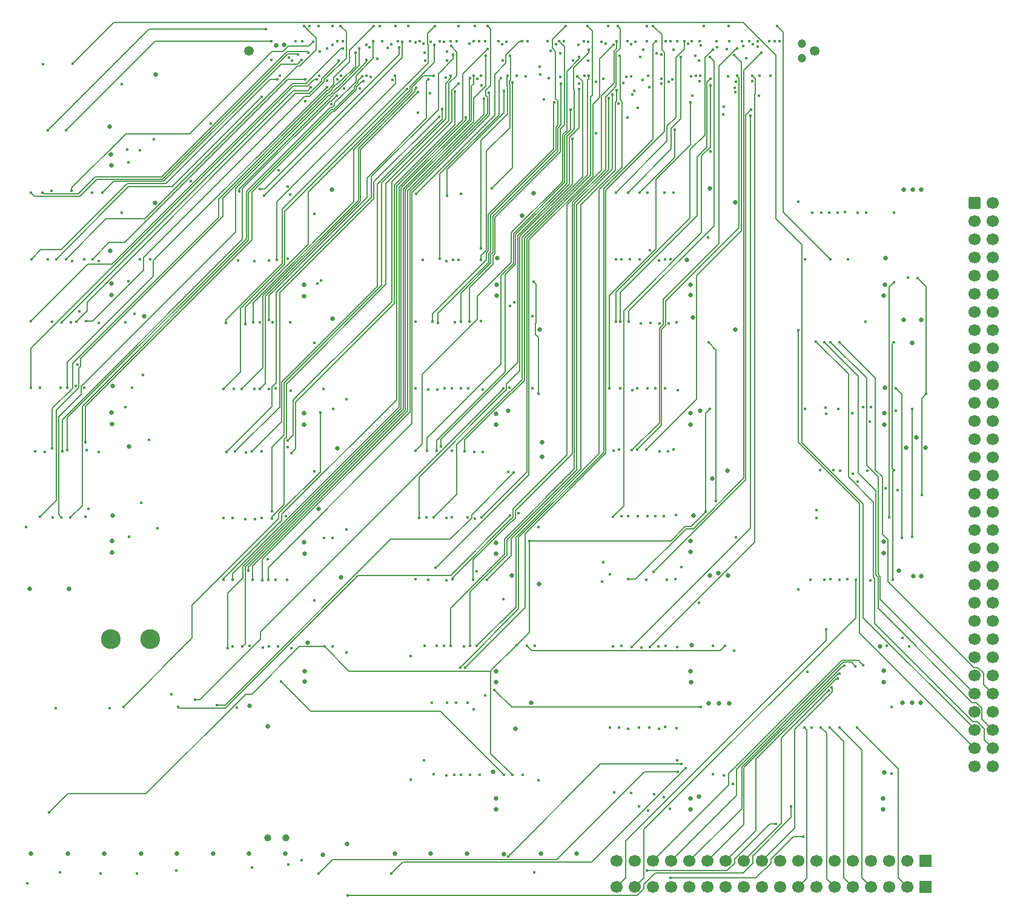
<source format=gbr>
G04 #@! TF.GenerationSoftware,KiCad,Pcbnew,9.0.3*
G04 #@! TF.CreationDate,2025-08-01T19:28:12-07:00*
G04 #@! TF.ProjectId,CardTestFixture,43617264-5465-4737-9446-697874757265,A*
G04 #@! TF.SameCoordinates,Original*
G04 #@! TF.FileFunction,Copper,L3,Inr*
G04 #@! TF.FilePolarity,Positive*
%FSLAX46Y46*%
G04 Gerber Fmt 4.6, Leading zero omitted, Abs format (unit mm)*
G04 Created by KiCad (PCBNEW 9.0.3) date 2025-08-01 19:28:12*
%MOMM*%
%LPD*%
G01*
G04 APERTURE LIST*
G04 Aperture macros list*
%AMRoundRect*
0 Rectangle with rounded corners*
0 $1 Rounding radius*
0 $2 $3 $4 $5 $6 $7 $8 $9 X,Y pos of 4 corners*
0 Add a 4 corners polygon primitive as box body*
4,1,4,$2,$3,$4,$5,$6,$7,$8,$9,$2,$3,0*
0 Add four circle primitives for the rounded corners*
1,1,$1+$1,$2,$3*
1,1,$1+$1,$4,$5*
1,1,$1+$1,$6,$7*
1,1,$1+$1,$8,$9*
0 Add four rect primitives between the rounded corners*
20,1,$1+$1,$2,$3,$4,$5,0*
20,1,$1+$1,$4,$5,$6,$7,0*
20,1,$1+$1,$6,$7,$8,$9,0*
20,1,$1+$1,$8,$9,$2,$3,0*%
G04 Aperture macros list end*
G04 #@! TA.AperFunction,ComponentPad*
%ADD10R,1.700000X1.700000*%
G04 #@! TD*
G04 #@! TA.AperFunction,ComponentPad*
%ADD11C,1.700000*%
G04 #@! TD*
G04 #@! TA.AperFunction,ComponentPad*
%ADD12C,1.349000*%
G04 #@! TD*
G04 #@! TA.AperFunction,ComponentPad*
%ADD13C,1.200000*%
G04 #@! TD*
G04 #@! TA.AperFunction,ComponentPad*
%ADD14RoundRect,0.250000X-0.600000X-0.600000X0.600000X-0.600000X0.600000X0.600000X-0.600000X0.600000X0*%
G04 #@! TD*
G04 #@! TA.AperFunction,ComponentPad*
%ADD15C,2.775000*%
G04 #@! TD*
G04 #@! TA.AperFunction,ViaPad*
%ADD16C,0.650000*%
G04 #@! TD*
G04 #@! TA.AperFunction,ViaPad*
%ADD17C,1.000000*%
G04 #@! TD*
G04 #@! TA.AperFunction,ViaPad*
%ADD18C,0.450000*%
G04 #@! TD*
G04 #@! TA.AperFunction,Conductor*
%ADD19C,0.152400*%
G04 #@! TD*
G04 APERTURE END LIST*
D10*
X209180000Y-151400000D03*
D11*
X206640000Y-151400000D03*
X204100000Y-151400000D03*
X201560000Y-151400000D03*
X199020000Y-151400000D03*
X196480000Y-151400000D03*
X193940000Y-151400000D03*
X191400000Y-151400000D03*
X188860000Y-151400000D03*
X186320000Y-151400000D03*
X183780000Y-151400000D03*
X181240000Y-151400000D03*
X178700000Y-151400000D03*
X176160000Y-151400000D03*
X173620000Y-151400000D03*
X171080000Y-151400000D03*
X168540000Y-151400000D03*
X166000000Y-151400000D03*
D10*
X209180000Y-155000000D03*
D11*
X206640000Y-155000000D03*
X204100000Y-155000000D03*
X201560000Y-155000000D03*
X199020000Y-155000000D03*
X196480000Y-155000000D03*
X193940000Y-155000000D03*
X191400000Y-155000000D03*
X188860000Y-155000000D03*
X186320000Y-155000000D03*
X183780000Y-155000000D03*
X181240000Y-155000000D03*
X178700000Y-155000000D03*
X176160000Y-155000000D03*
X173620000Y-155000000D03*
X171080000Y-155000000D03*
X168540000Y-155000000D03*
X166000000Y-155000000D03*
D12*
X114568900Y-38197500D03*
D13*
X191908900Y-39197500D03*
X191908900Y-37197500D03*
D12*
X193698900Y-38197500D03*
D14*
X216000000Y-59400000D03*
D11*
X218540000Y-59400000D03*
X216000000Y-61940000D03*
X218540000Y-61940000D03*
X216000000Y-64480000D03*
X218540000Y-64480000D03*
X216000000Y-67020000D03*
X218540000Y-67020000D03*
X216000000Y-69560000D03*
X218540000Y-69560000D03*
X216000000Y-72100000D03*
X218540000Y-72100000D03*
X216000000Y-74640000D03*
X218540000Y-74640000D03*
X216000000Y-77180000D03*
X218540000Y-77180000D03*
X216000000Y-79720000D03*
X218540000Y-79720000D03*
X216000000Y-82260000D03*
X218540000Y-82260000D03*
X216000000Y-84800000D03*
X218540000Y-84800000D03*
X216000000Y-87340000D03*
X218540000Y-87340000D03*
X216000000Y-89880000D03*
X218540000Y-89880000D03*
X216000000Y-92420000D03*
X218540000Y-92420000D03*
X216000000Y-94960000D03*
X218540000Y-94960000D03*
X216000000Y-97500000D03*
X218540000Y-97500000D03*
X216000000Y-100040000D03*
X218540000Y-100040000D03*
X216000000Y-102580000D03*
X218540000Y-102580000D03*
X216000000Y-105120000D03*
X218540000Y-105120000D03*
X216000000Y-107660000D03*
X218540000Y-107660000D03*
X216000000Y-110200000D03*
X218540000Y-110200000D03*
X216000000Y-112740000D03*
X218540000Y-112740000D03*
X216000000Y-115280000D03*
X218540000Y-115280000D03*
X216000000Y-117820000D03*
X218540000Y-117820000D03*
X216000000Y-120360000D03*
X218540000Y-120360000D03*
X216000000Y-122900000D03*
X218540000Y-122900000D03*
X216000000Y-125440000D03*
X218540000Y-125440000D03*
X216000000Y-127980000D03*
X218540000Y-127980000D03*
X216000000Y-130520000D03*
X218540000Y-130520000D03*
X216000000Y-133060000D03*
X218540000Y-133060000D03*
X216000000Y-135600000D03*
X218540000Y-135600000D03*
X216000000Y-138140000D03*
X218540000Y-138140000D03*
D15*
X95300000Y-120400000D03*
X100800000Y-120400000D03*
D16*
X114700000Y-129700000D03*
X150247163Y-150415576D03*
X95169795Y-48769795D03*
X122380000Y-108450000D03*
X181548500Y-111521405D03*
X177500000Y-142400000D03*
X178874200Y-129354200D03*
X203362000Y-108342250D03*
X95494000Y-90300000D03*
X145100000Y-150400000D03*
X203400000Y-139000000D03*
X205447800Y-110789092D03*
X206470599Y-93636792D03*
X99500000Y-150400000D03*
X177700000Y-88500000D03*
X94400000Y-150400000D03*
X126300000Y-75600000D03*
X206000000Y-129300000D03*
X203370000Y-72350000D03*
X151370800Y-111500000D03*
X208600000Y-111600000D03*
X203535900Y-85300000D03*
X122280000Y-72450000D03*
X179361801Y-97997608D03*
X203293000Y-144171900D03*
X203600000Y-67100000D03*
X206100000Y-75800000D03*
X176500000Y-121200000D03*
X84000000Y-113400000D03*
X128300000Y-149000000D03*
X114600000Y-150400000D03*
X135000000Y-150400000D03*
X209203100Y-93600000D03*
X89300000Y-150400000D03*
X100000000Y-75300000D03*
X149200000Y-72400000D03*
X101473400Y-59400100D03*
X149159000Y-108422000D03*
X109600000Y-150400000D03*
X95394000Y-72300000D03*
X95203645Y-66103645D03*
X179000000Y-111500000D03*
X208500000Y-129300000D03*
X208600000Y-75800000D03*
X208600000Y-57600000D03*
X181748500Y-129354200D03*
X149296300Y-67131600D03*
X95394000Y-54200000D03*
X176362000Y-72342250D03*
X202865333Y-121449299D03*
X149159000Y-90422000D03*
X150833400Y-88500000D03*
X155400000Y-150400000D03*
X175862800Y-67403500D03*
X101588000Y-41487300D03*
X97887600Y-93500000D03*
X155599800Y-92900000D03*
X119700000Y-150400000D03*
X127500000Y-111800000D03*
X104500000Y-150400000D03*
X148770000Y-138930000D03*
X122782608Y-120888501D03*
X176788100Y-103097600D03*
X160400000Y-150400000D03*
X152800000Y-61248100D03*
X203300000Y-126400000D03*
X176315000Y-108197000D03*
D17*
X119800000Y-148195000D03*
D16*
X95600000Y-85000000D03*
X203400000Y-90400000D03*
X124355205Y-102155205D03*
X122380000Y-126350000D03*
X149151000Y-126394000D03*
X95600000Y-103100000D03*
X126200000Y-57600000D03*
X124911855Y-150500600D03*
X176308000Y-144169000D03*
X119528100Y-37295900D03*
X84100000Y-150400000D03*
X206100000Y-57600000D03*
X140000000Y-150400000D03*
X176300000Y-90400000D03*
X127000000Y-93700000D03*
X179000000Y-57400000D03*
X149160000Y-144170000D03*
X95494000Y-108300000D03*
X151840000Y-132910000D03*
X176640100Y-75400000D03*
X176400000Y-126400000D03*
X122280000Y-90450000D03*
X203300000Y-124800000D03*
X95494000Y-106700000D03*
X155605300Y-94916200D03*
X122280000Y-106850000D03*
X207300000Y-129300000D03*
X203362000Y-106742250D03*
X122280000Y-88850000D03*
X149159000Y-88922000D03*
X117220000Y-132575600D03*
X180244195Y-111144195D03*
X181515600Y-96833900D03*
X182584400Y-77121000D03*
X122380000Y-124850000D03*
X154410300Y-58044900D03*
X155207600Y-77160600D03*
X207350000Y-78974000D03*
X89500000Y-113400000D03*
X95394000Y-88700000D03*
X176362000Y-70842250D03*
X207903599Y-92203792D03*
X207400000Y-57600000D03*
X118406400Y-37392300D03*
X149159000Y-106922000D03*
X149120000Y-142640000D03*
X182584400Y-59325800D03*
X203293000Y-142671900D03*
X95294000Y-52700000D03*
X122280000Y-70850000D03*
X149151000Y-124894000D03*
D17*
X117220000Y-148190000D03*
D16*
X176300000Y-88800000D03*
X176308000Y-142669000D03*
X154027700Y-129250000D03*
X207500000Y-111600000D03*
X149200000Y-70900000D03*
X176315000Y-106697000D03*
X95394000Y-70700000D03*
X203400000Y-88800000D03*
X203470000Y-70850000D03*
X176315000Y-124900000D03*
X155206200Y-112711400D03*
X180300000Y-129354200D03*
D18*
X181194900Y-121351100D03*
X180946700Y-139461300D03*
X99369900Y-67275000D03*
X154216400Y-75225300D03*
X126260300Y-106253100D03*
X206709400Y-69854500D03*
X207350000Y-88192700D03*
X206864100Y-121446900D03*
X207350000Y-106050600D03*
X152916100Y-139351100D03*
X154205300Y-85310000D03*
X100653900Y-92565200D03*
X152305300Y-102821900D03*
X126402800Y-88253900D03*
X99374000Y-52109700D03*
X126260300Y-121444100D03*
X153448000Y-121353100D03*
X128214000Y-122294400D03*
X155096500Y-86114500D03*
X87568600Y-130031300D03*
X182252300Y-140625000D03*
X154416500Y-70451900D03*
X100787500Y-67292100D03*
X155095900Y-140156700D03*
X208649500Y-100251500D03*
X128214000Y-105092200D03*
X154581300Y-121362300D03*
X101337600Y-50571000D03*
X101796300Y-104935300D03*
X128214400Y-86850000D03*
X182448100Y-121962400D03*
X209305500Y-86084700D03*
X155101300Y-104770200D03*
X208094600Y-69948900D03*
X205917000Y-106242300D03*
X178425600Y-102609300D03*
X179426300Y-139235600D03*
X124701800Y-70254700D03*
X153825000Y-106639400D03*
X179427800Y-121360700D03*
X151057000Y-85255600D03*
X125078700Y-106257400D03*
X151684400Y-73333500D03*
X152028500Y-121258300D03*
X206001400Y-120211200D03*
X151438900Y-139399400D03*
X97747000Y-70337700D03*
X86700000Y-144600000D03*
X97595500Y-51970300D03*
X125056900Y-85436600D03*
X98252200Y-85290400D03*
X179032800Y-88195400D03*
X205043500Y-85349400D03*
X125212200Y-121442100D03*
X123720300Y-60961500D03*
X178832700Y-78901300D03*
X150143600Y-114813600D03*
X96834000Y-42824800D03*
X96834700Y-60806900D03*
X97343600Y-76137200D03*
X204810000Y-60826600D03*
X112914300Y-129973900D03*
X179915400Y-101119400D03*
X148922600Y-127469800D03*
X204640400Y-112058400D03*
X177738700Y-129919300D03*
X123727500Y-78957900D03*
X178763900Y-64301500D03*
X123734500Y-114972900D03*
X150830800Y-96998800D03*
X204438400Y-129907800D03*
X204790200Y-96750800D03*
X204773100Y-78879000D03*
X177534200Y-115282300D03*
X123720300Y-96961500D03*
X200869800Y-60803600D03*
X83664000Y-154489000D03*
X199730000Y-60812000D03*
X88193700Y-153001400D03*
X197963500Y-60693700D03*
X93824400Y-153160600D03*
X196947900Y-60825700D03*
X98904800Y-153160200D03*
X104441000Y-152704000D03*
X195735700Y-60808500D03*
X194650000Y-60807500D03*
X121973100Y-151256700D03*
X114991000Y-152314000D03*
X193322500Y-60807700D03*
X120075400Y-151863500D03*
X191414300Y-59298600D03*
X124317100Y-153147900D03*
X174553400Y-138897400D03*
X190425200Y-143788700D03*
X128431000Y-156226600D03*
X134469300Y-153155700D03*
X175649200Y-138443700D03*
X150862000Y-150755200D03*
X175059800Y-137863100D03*
X170271000Y-152771300D03*
X188309600Y-146219100D03*
X154494200Y-152989800D03*
X174503300Y-137304100D03*
X192060000Y-147982900D03*
X173511000Y-153771800D03*
X91754000Y-103288100D03*
X131047700Y-41682000D03*
X164833100Y-34705200D03*
X144701600Y-121388500D03*
X147327900Y-85517300D03*
X157498500Y-37281700D03*
X120493000Y-85657500D03*
X139034700Y-37199600D03*
X112290300Y-112131200D03*
X144962200Y-47462600D03*
X142814000Y-121365600D03*
X164906200Y-44786000D03*
X86088100Y-94206400D03*
X126131100Y-45625000D03*
X143015500Y-112050800D03*
X166020000Y-36831700D03*
X127434800Y-34703000D03*
X91803300Y-75985600D03*
X137930100Y-76051800D03*
X156769200Y-38182800D03*
X116589300Y-121550200D03*
X146498900Y-42080600D03*
X146485600Y-121358900D03*
X166407300Y-38881200D03*
X172706600Y-57995200D03*
X173998900Y-37980600D03*
X163909600Y-36939100D03*
X139176500Y-121359800D03*
X150577600Y-36916600D03*
X143884100Y-67433300D03*
X117838900Y-102511700D03*
X142836800Y-41688300D03*
X84134000Y-75976900D03*
X127751500Y-37879100D03*
X115120700Y-112130600D03*
X147478900Y-44833600D03*
X118588700Y-42187700D03*
X84197700Y-67281400D03*
X117370300Y-121428600D03*
X146209000Y-34700900D03*
X171203900Y-111017100D03*
X184834800Y-46401100D03*
X198368700Y-67293200D03*
X188745700Y-36836100D03*
X168994000Y-103221300D03*
X180082600Y-37644900D03*
X181741600Y-36833400D03*
X173239600Y-94107600D03*
X143639000Y-36826700D03*
X116394100Y-94143900D03*
X158091100Y-41799000D03*
X147023000Y-75966100D03*
X176998900Y-38839000D03*
X171412800Y-85346600D03*
X88396200Y-103347700D03*
X130060500Y-37820600D03*
X124464000Y-41676400D03*
X106473100Y-56349500D03*
X118959400Y-41681300D03*
X85860600Y-40064000D03*
X168183900Y-85559700D03*
X176458300Y-41702200D03*
X164006500Y-112379100D03*
X187316800Y-36838800D03*
X173952800Y-57974400D03*
X173808700Y-42179400D03*
X111424800Y-76168000D03*
X140633400Y-34699800D03*
X185959300Y-41686800D03*
X174215000Y-111995500D03*
X164498900Y-37205900D03*
X141865900Y-121351100D03*
X184998900Y-41678900D03*
X170661500Y-121509800D03*
X160752600Y-42791400D03*
X142986500Y-103349100D03*
X127707000Y-36825400D03*
X89754800Y-76135400D03*
X179103700Y-42974700D03*
X165485900Y-103269000D03*
X120204800Y-39081600D03*
X93648900Y-67531600D03*
X173577500Y-67281700D03*
X173515500Y-36845000D03*
X132926100Y-34716800D03*
X84700400Y-94188500D03*
X160649200Y-37350600D03*
X143011300Y-94060800D03*
X148558700Y-57426200D03*
X151461300Y-42616300D03*
X182539800Y-43319800D03*
X172041300Y-94174600D03*
X118640300Y-121425500D03*
X146998900Y-41681100D03*
X176605800Y-44412000D03*
X169424000Y-76247000D03*
X179119700Y-42086400D03*
X166501800Y-76052900D03*
X114080600Y-103593300D03*
X142086100Y-41948800D03*
X171412800Y-103219300D03*
X181370000Y-37901900D03*
X174277600Y-103029000D03*
X181685400Y-34708200D03*
X91600600Y-85290400D03*
X126947800Y-42126500D03*
X174483700Y-121512800D03*
X185691300Y-36837100D03*
X180986500Y-45979400D03*
X173965300Y-93910800D03*
X171618700Y-38498700D03*
X166696500Y-67288000D03*
X140399400Y-41684700D03*
X115164800Y-76136700D03*
X124094400Y-42166100D03*
X84108500Y-85290400D03*
X188462000Y-34708800D03*
X195920000Y-67276400D03*
X173289900Y-42536500D03*
X172738900Y-67287100D03*
X140667600Y-110440600D03*
X165552000Y-37344300D03*
X177689900Y-41678500D03*
X174409100Y-76136600D03*
X141906800Y-36933500D03*
X115416800Y-103658900D03*
X172603200Y-103212500D03*
X181573000Y-41747000D03*
X116413200Y-44623000D03*
X87684300Y-67292500D03*
X123117400Y-34704700D03*
X92690700Y-57993200D03*
X118302500Y-85368900D03*
X139893900Y-44130300D03*
X147699500Y-38861900D03*
X114559500Y-110867200D03*
X113678300Y-121445700D03*
X146039800Y-41685500D03*
X86997100Y-57725400D03*
X124348700Y-34719700D03*
X145998900Y-36838300D03*
X114682100Y-121288900D03*
X89849000Y-67546100D03*
X109253000Y-48317800D03*
X170117300Y-112062700D03*
X184099800Y-39219700D03*
X160793900Y-39055900D03*
X137906500Y-94038300D03*
X172036800Y-76288900D03*
X177592200Y-42432900D03*
X140446500Y-139310100D03*
X163162200Y-49685200D03*
X172231700Y-42060600D03*
X167877400Y-67287400D03*
X170413200Y-41692200D03*
X145205500Y-129265500D03*
X117393000Y-75790000D03*
X139712000Y-42156400D03*
X160736200Y-43495000D03*
X141465800Y-93505000D03*
X87112700Y-93761000D03*
X132084200Y-34709200D03*
X167597700Y-103218900D03*
X179137600Y-52240700D03*
X121506900Y-38697100D03*
X84134000Y-57995900D03*
X166927800Y-42698900D03*
X142199300Y-112166400D03*
X147161100Y-103335900D03*
X161910800Y-34712100D03*
X139204900Y-38437800D03*
X117896200Y-76138900D03*
X140503800Y-37300000D03*
X114135100Y-76327100D03*
X180888800Y-47032900D03*
X170299400Y-103218300D03*
X172884000Y-121353900D03*
X184966000Y-42428600D03*
X138377800Y-103434000D03*
X159815500Y-50465500D03*
X115343500Y-67574200D03*
X133998900Y-37797300D03*
X117379500Y-85439500D03*
X138498900Y-36853800D03*
X126907000Y-44427500D03*
X88496500Y-94148600D03*
X188126200Y-36837300D03*
X192347700Y-67284800D03*
X89842400Y-57723900D03*
X123583500Y-36924100D03*
X120032400Y-67203800D03*
X135098900Y-34712600D03*
X112290300Y-103427900D03*
X141260100Y-36844200D03*
X171930900Y-67438200D03*
X172883300Y-36826600D03*
X143580000Y-129320000D03*
X170246600Y-34717600D03*
X174998900Y-39060300D03*
X167602800Y-57980100D03*
X170241100Y-36837700D03*
X146032700Y-130189800D03*
X161528900Y-41678000D03*
X146197500Y-103564400D03*
X99525200Y-101334600D03*
X130998900Y-37295500D03*
X145443100Y-37137300D03*
X112290300Y-121439600D03*
X140868600Y-94083800D03*
X162133800Y-37999200D03*
X137094700Y-36825200D03*
X112486300Y-85430700D03*
X131498900Y-37652400D03*
X91907100Y-93990800D03*
X142881000Y-37531400D03*
X117838900Y-103539900D03*
X141162600Y-47375900D03*
X112686500Y-94153600D03*
X141927800Y-85334500D03*
X156386600Y-36835700D03*
X145183600Y-103359100D03*
X161405200Y-36830800D03*
X163155800Y-42535400D03*
X137227600Y-122770200D03*
X147305900Y-94192200D03*
X161998900Y-39569300D03*
X165998900Y-43693300D03*
X147890100Y-112055400D03*
X147934900Y-37950000D03*
X111020300Y-112127600D03*
X119910300Y-112125200D03*
X147150600Y-42981000D03*
X147667300Y-128255300D03*
X169601800Y-42213000D03*
X147619800Y-36843200D03*
X118301700Y-112061800D03*
X90388200Y-85031900D03*
X126332300Y-34700900D03*
X136667300Y-43525700D03*
X111020300Y-85426800D03*
X166286700Y-45551500D03*
X146427500Y-110921100D03*
X178227500Y-34718600D03*
X173317800Y-76320500D03*
X182680900Y-42500600D03*
X166332800Y-93914300D03*
X153315200Y-41707900D03*
X137881500Y-85350500D03*
X182575200Y-43941400D03*
X165455000Y-121383300D03*
X172748900Y-85354300D03*
X177548600Y-39563300D03*
X162059100Y-36896900D03*
X146090200Y-94261800D03*
X145526500Y-139338400D03*
X168952800Y-46172800D03*
X158929300Y-34713600D03*
X140993200Y-76223400D03*
X116732500Y-58408700D03*
X136066900Y-36886900D03*
X179498900Y-37977700D03*
X165899200Y-76065500D03*
X86511500Y-49293000D03*
X116943400Y-35123000D03*
X143419000Y-43838900D03*
X120551700Y-94389100D03*
X168493900Y-43752400D03*
X142267500Y-129250000D03*
X142819800Y-36828600D03*
X119738900Y-103190400D03*
X125540500Y-37819400D03*
X88237500Y-85290400D03*
X120015900Y-93545800D03*
X143903800Y-34719100D03*
X127921600Y-43452600D03*
X83441700Y-104700000D03*
X165069700Y-111316000D03*
X187498900Y-41685600D03*
X170317200Y-85350400D03*
X177060900Y-41677200D03*
X177583300Y-36826800D03*
X174593200Y-85622100D03*
X165899200Y-57994400D03*
X175452700Y-36826400D03*
X125492200Y-43264900D03*
X89214000Y-85291100D03*
X165899200Y-67288800D03*
X170589700Y-43281600D03*
X174484700Y-36852100D03*
X170333800Y-57977700D03*
X149998900Y-37233900D03*
X142251500Y-67601400D03*
X166715300Y-121367200D03*
X183691600Y-37464000D03*
X142261900Y-38254500D03*
X114159900Y-94358700D03*
X167387100Y-41781700D03*
X139637200Y-112133100D03*
X142275600Y-39517400D03*
X116419300Y-103421500D03*
X170783500Y-76165200D03*
X177736100Y-37439000D03*
X185020000Y-37226000D03*
X171824600Y-121375200D03*
X169327200Y-39042600D03*
X144256500Y-139349600D03*
X146779400Y-36826300D03*
X120546800Y-121699700D03*
X134641000Y-42221400D03*
X120354200Y-58208400D03*
X160498900Y-41703100D03*
X140446500Y-103357000D03*
X169218400Y-67289700D03*
X172241400Y-38659100D03*
X141632400Y-46324200D03*
X115042800Y-94146200D03*
X131998900Y-36829400D03*
X89214000Y-93977500D03*
X132526600Y-39264200D03*
X92211800Y-102172000D03*
X130580600Y-42443000D03*
X91755800Y-92905900D03*
X168014700Y-37211200D03*
X139043100Y-137320300D03*
X90615100Y-82064900D03*
X125539400Y-42362300D03*
X144750500Y-94178400D03*
X162132900Y-41686500D03*
X89048800Y-67288100D03*
X122338400Y-34704700D03*
X168100100Y-94013200D03*
X182854900Y-37830400D03*
X131660800Y-41831300D03*
X93622700Y-94210800D03*
X145964800Y-112103400D03*
X166185400Y-34708200D03*
X170142800Y-93898200D03*
X182421300Y-38789500D03*
X137906500Y-112032000D03*
X167498900Y-36843300D03*
X145495400Y-121351800D03*
X165403700Y-44288500D03*
X90935100Y-74591100D03*
X122486000Y-45171600D03*
X129498900Y-38406900D03*
X85404000Y-103272500D03*
X135606600Y-37638500D03*
X116124400Y-57501200D03*
X143177500Y-38721700D03*
X111495500Y-94235500D03*
X144122700Y-124385800D03*
X171478200Y-36843400D03*
X159905400Y-39500700D03*
X142199300Y-103460000D03*
X123286800Y-43259600D03*
X88443500Y-76104100D03*
X137886600Y-37021400D03*
X115345400Y-85428700D03*
X176312300Y-45347100D03*
X164950500Y-85362200D03*
X157317700Y-45347600D03*
X140290900Y-76060300D03*
X157952300Y-36871000D03*
X145433400Y-76044500D03*
X113053900Y-67492400D03*
X133254700Y-36825700D03*
X137959000Y-58129000D03*
X152825600Y-36838800D03*
X120328200Y-76076700D03*
X139206400Y-39569400D03*
X86461100Y-67293800D03*
X121102200Y-36827200D03*
X117370300Y-67441200D03*
X134527100Y-37254800D03*
X116100300Y-85419400D03*
X138260600Y-43922400D03*
X111020300Y-103427900D03*
X138251200Y-46823000D03*
X179968700Y-36847800D03*
X166706100Y-103209000D03*
X140849700Y-121364000D03*
X164135300Y-42098500D03*
X167718600Y-76056000D03*
X179062700Y-39066300D03*
X150734600Y-41678700D03*
X147023000Y-65815700D03*
X93600800Y-76199000D03*
X127498900Y-41676300D03*
X169235200Y-57994100D03*
X174150200Y-49209300D03*
X138870400Y-67431800D03*
X149496700Y-36843100D03*
X89665400Y-103371600D03*
X130439100Y-41763600D03*
X122929800Y-38470500D03*
X85760600Y-57994100D03*
X165598100Y-94064900D03*
X183498900Y-36850500D03*
X186201400Y-38417400D03*
X167637300Y-112053000D03*
X124481700Y-38266700D03*
X85404000Y-85277000D03*
X94138300Y-57994100D03*
X121994200Y-39434800D03*
X158661200Y-36833300D03*
X143371200Y-76078400D03*
X147023000Y-67434600D03*
X151094600Y-38837500D03*
X122491800Y-42186500D03*
X92782600Y-67277300D03*
X146848100Y-139353000D03*
X169735700Y-38017000D03*
X184703700Y-47202200D03*
X168093100Y-121474500D03*
X168872800Y-93908300D03*
X182838900Y-41686200D03*
X169452000Y-121557100D03*
X184566200Y-36825800D03*
X158253300Y-42760600D03*
X144256500Y-76061700D03*
X139438700Y-103366000D03*
X158161800Y-38496900D03*
X167529200Y-47538600D03*
X143313200Y-139352900D03*
X148171800Y-44053500D03*
X117289400Y-112069600D03*
X126936300Y-36835800D03*
X99828300Y-83481700D03*
X122091200Y-36828700D03*
X91604300Y-67287400D03*
X168872800Y-85350400D03*
X176498900Y-36837300D03*
X87172200Y-103402300D03*
X130080800Y-43473800D03*
X151998900Y-41687300D03*
X144256500Y-58145000D03*
X142986500Y-85362000D03*
X156534000Y-41991100D03*
X120589800Y-39556500D03*
X117725800Y-39414500D03*
X90484000Y-75996900D03*
X127133600Y-39567100D03*
X167998900Y-41697800D03*
X137213000Y-140076700D03*
X145498900Y-42009100D03*
X111613900Y-121651600D03*
X113216000Y-57835900D03*
X131007700Y-39474700D03*
X142330900Y-58389600D03*
X150280100Y-43812200D03*
X134988100Y-41678100D03*
X118538200Y-67404100D03*
X159601900Y-46406100D03*
X139518800Y-94050200D03*
X175998900Y-37209300D03*
X166509200Y-85350700D03*
X87120000Y-76055900D03*
X126301300Y-37352200D03*
X144846500Y-124378800D03*
X171117000Y-34691300D03*
X143123100Y-67423500D03*
X150086000Y-39564100D03*
X153530900Y-36830700D03*
X139665500Y-85471500D03*
X175034200Y-110303400D03*
X185864400Y-44411500D03*
X142188700Y-139463400D03*
X168608600Y-36935800D03*
X173042100Y-112063600D03*
X185754000Y-37555000D03*
X170695600Y-66001700D03*
X172230400Y-42729600D03*
X140050000Y-36887800D03*
X116102000Y-76122100D03*
X143901300Y-42723500D03*
X120013600Y-92659700D03*
X116509900Y-112184800D03*
X147930500Y-34716500D03*
X149870000Y-42035500D03*
X141302500Y-67242200D03*
X140148300Y-129250000D03*
X168182200Y-44292900D03*
X89013600Y-49294900D03*
X117766000Y-36829400D03*
X155800300Y-44925000D03*
X145300200Y-85351100D03*
X136883400Y-34719000D03*
X118745100Y-54864100D03*
X137998900Y-43331900D03*
X113560300Y-85422900D03*
X140960100Y-85506300D03*
X155309400Y-41526200D03*
X135456100Y-36851200D03*
X120019900Y-57164200D03*
X144256500Y-85358500D03*
X155246100Y-40348100D03*
X169132700Y-132745900D03*
X200501000Y-124071400D03*
X167600000Y-132900000D03*
X192700000Y-125000000D03*
X174400000Y-132800000D03*
X199391000Y-124192200D03*
X165096300Y-132741000D03*
X196907600Y-125917400D03*
X171900000Y-132900000D03*
X196091300Y-127165000D03*
X170541000Y-132737000D03*
X197189800Y-125225300D03*
X197839700Y-124122700D03*
X195665200Y-127591100D03*
X172800000Y-132700000D03*
X166332800Y-132728200D03*
X170411800Y-144364800D03*
X168067600Y-141935900D03*
X173485300Y-144105700D03*
X201515100Y-112193700D03*
X195327700Y-119069800D03*
X192222200Y-132728100D03*
X193285000Y-132732300D03*
X195825000Y-132752900D03*
X171214000Y-142030200D03*
X172574200Y-142527100D03*
X199436000Y-112063900D03*
X194555000Y-132736000D03*
X197161500Y-132739800D03*
X199635000Y-132748200D03*
X165649200Y-141843600D03*
X169105100Y-143780000D03*
X151092900Y-103160900D03*
X97366500Y-87953900D03*
X182676800Y-106139700D03*
X104738900Y-129878200D03*
X204451700Y-139208600D03*
X205006100Y-88510100D03*
X95139800Y-130005100D03*
X117249500Y-109233100D03*
X97051400Y-129879900D03*
X124601200Y-88749200D03*
X150149500Y-85354200D03*
X98571200Y-74909600D03*
X107060000Y-128862300D03*
X204089500Y-103390300D03*
X204780200Y-70504500D03*
X97853600Y-106103300D03*
X103789500Y-128098700D03*
X97779100Y-53724300D03*
X164158900Y-109633300D03*
X110164300Y-129598200D03*
X151644800Y-97137200D03*
X151065300Y-73828900D03*
X203756900Y-121364400D03*
X150252900Y-139358300D03*
X119131500Y-126348700D03*
X124175300Y-70713000D03*
X89988100Y-39970000D03*
X200425200Y-87998200D03*
X205248200Y-99603300D03*
X195037700Y-112068500D03*
X197240800Y-96830400D03*
X195919800Y-112048300D03*
X200784200Y-76055100D03*
X198898400Y-88781200D03*
X191422100Y-113470200D03*
X197189800Y-112063000D03*
X193960500Y-102401500D03*
X193960500Y-103431200D03*
X196965000Y-88185100D03*
X192343200Y-88196300D03*
X199010900Y-97287800D03*
X196328700Y-96750100D03*
X203593700Y-99324100D03*
X201415400Y-89960100D03*
X195193500Y-88025400D03*
X193117500Y-112055500D03*
X198262500Y-112044200D03*
X197190000Y-78897000D03*
X201566000Y-88004100D03*
X199707700Y-98342000D03*
X195265100Y-88861300D03*
X201072200Y-96867600D03*
X194476700Y-96740500D03*
X195036000Y-78870800D03*
X193871100Y-78782600D03*
X195920000Y-78882900D03*
X191406300Y-77250800D03*
D19*
X154124600Y-122029700D02*
X153448000Y-121353100D01*
X181194900Y-121351100D02*
X180516300Y-122029700D01*
X180516300Y-122029700D02*
X154124600Y-122029700D01*
X207350000Y-106050600D02*
X207350000Y-88192700D01*
X209305500Y-71159800D02*
X208094600Y-69948900D01*
X154647700Y-77784200D02*
X154647700Y-76233800D01*
X154712700Y-70748100D02*
X154416500Y-70451900D01*
X154712700Y-76168800D02*
X154712700Y-70748100D01*
X208649500Y-86740700D02*
X209305500Y-86084700D01*
X155096500Y-86114500D02*
X155096500Y-78233000D01*
X208649500Y-100251500D02*
X208649500Y-86740700D01*
X155096500Y-78233000D02*
X154647700Y-77784200D01*
X209305500Y-86084700D02*
X209305500Y-71159800D01*
X154647700Y-76233800D02*
X154712700Y-76168800D01*
X89300000Y-142000000D02*
X100246500Y-142000000D01*
X148424500Y-124836300D02*
X148424500Y-124842900D01*
X175605100Y-104639400D02*
X173605100Y-106639400D01*
X89300000Y-142000000D02*
X86700000Y-144600000D01*
X178425700Y-88802500D02*
X178425700Y-102609300D01*
X125212200Y-121442100D02*
X121656300Y-121442100D01*
X128613000Y-124842900D02*
X148424500Y-124842900D01*
X148424500Y-136385000D02*
X151438900Y-139399400D01*
X178425600Y-102609300D02*
X176395500Y-104639400D01*
X100246500Y-142000000D02*
X114189000Y-128057500D01*
X153825000Y-106639400D02*
X153825000Y-119461800D01*
X121656300Y-121442100D02*
X115040900Y-128057500D01*
X179032800Y-88195400D02*
X178425700Y-88802500D01*
X178425700Y-102609300D02*
X178425600Y-102609300D01*
X152028500Y-121258300D02*
X152002500Y-121258300D01*
X173605100Y-106639400D02*
X153825000Y-106639400D01*
X205917000Y-106242300D02*
X205917000Y-86222900D01*
X153825000Y-119461800D02*
X152028500Y-121258300D01*
X125212200Y-121442100D02*
X128613000Y-124842900D01*
X152002500Y-121258300D02*
X148424500Y-124836300D01*
X115040900Y-128057500D02*
X114189000Y-128057500D01*
X205917000Y-86222900D02*
X205043500Y-85349400D01*
X148424500Y-124842900D02*
X148424500Y-136385000D01*
X176395500Y-104639400D02*
X175605100Y-104639400D01*
X204790200Y-96750800D02*
X204640400Y-96900600D01*
X204542900Y-79109200D02*
X204542900Y-96503500D01*
X179915400Y-79984000D02*
X179915400Y-101119400D01*
X178832700Y-78901300D02*
X179915400Y-79984000D01*
X177738700Y-129919300D02*
X151372100Y-129919300D01*
X204773100Y-78879000D02*
X204542900Y-79109200D01*
X204542900Y-96503500D02*
X204790200Y-96750800D01*
X151372100Y-129919300D02*
X148922600Y-127469800D01*
X204640400Y-96900600D02*
X204640400Y-112058400D01*
X169913900Y-138897400D02*
X174553400Y-138897400D01*
X126251700Y-151213300D02*
X157598000Y-151213300D01*
X124317100Y-153147900D02*
X126251700Y-151213300D01*
X157598000Y-151213300D02*
X169913900Y-138897400D01*
X185050000Y-151718300D02*
X183687600Y-153080700D01*
X168898400Y-156226600D02*
X128431000Y-156226600D01*
X183687600Y-153080700D02*
X171409600Y-153080700D01*
X169810000Y-154680300D02*
X169810000Y-155315000D01*
X185050000Y-150700300D02*
X185050000Y-151718300D01*
X190425200Y-143788700D02*
X190425200Y-145325100D01*
X171409600Y-153080700D02*
X169810000Y-154680300D01*
X190425200Y-145325100D02*
X185050000Y-150700300D01*
X169810000Y-155315000D02*
X168898400Y-156226600D01*
X162543100Y-151549800D02*
X175649200Y-138443700D01*
X134469300Y-153155700D02*
X136075200Y-151549800D01*
X136075200Y-151549800D02*
X162543100Y-151549800D01*
X150862000Y-150755200D02*
X163754100Y-137863100D01*
X163754100Y-137863100D02*
X175059800Y-137863100D01*
X182510000Y-151133300D02*
X187424200Y-146219100D01*
X187424200Y-146219100D02*
X188309600Y-146219100D01*
X170271000Y-152771300D02*
X181418600Y-152771300D01*
X182510000Y-151679900D02*
X182510000Y-151133300D01*
X181418600Y-152771300D02*
X182510000Y-151679900D01*
X173511000Y-153771800D02*
X185515900Y-153771800D01*
X190745500Y-147982900D02*
X192060000Y-147982900D01*
X185515900Y-153771800D02*
X187590000Y-151697700D01*
X187590000Y-151697700D02*
X187590000Y-151138400D01*
X187590000Y-151138400D02*
X190745500Y-147982900D01*
X135573300Y-57228100D02*
X135573300Y-87997700D01*
X144962200Y-47462600D02*
X144962200Y-47839200D01*
X144962200Y-47839200D02*
X135573300Y-57228100D01*
X112290300Y-111280700D02*
X112290300Y-112131200D01*
X135573300Y-87997700D02*
X112290300Y-111280700D01*
X160117900Y-96642900D02*
X150322200Y-106438600D01*
X160117900Y-59537800D02*
X160117900Y-96642900D01*
X142814000Y-116058500D02*
X142814000Y-121365600D01*
X150322200Y-106438600D02*
X150322200Y-108550300D01*
X150322200Y-108550300D02*
X142814000Y-116058500D01*
X164906200Y-44786000D02*
X164906200Y-54749500D01*
X164906200Y-54749500D02*
X160117900Y-59537800D01*
X163920900Y-54846600D02*
X163920900Y-44419900D01*
X163920900Y-44419900D02*
X165641300Y-42699500D01*
X151280900Y-103614600D02*
X151546600Y-103348900D01*
X166020000Y-37866400D02*
X166020000Y-36831700D01*
X159076900Y-94675600D02*
X159076900Y-59690600D01*
X151546600Y-102205900D02*
X159076900Y-94675600D01*
X143015500Y-111804000D02*
X151204900Y-103614600D01*
X165641300Y-38245100D02*
X166020000Y-37866400D01*
X151204900Y-103614600D02*
X151280900Y-103614600D01*
X159076900Y-59690600D02*
X163920900Y-54846600D01*
X165641300Y-42699500D02*
X165641300Y-38245100D01*
X151546600Y-103348900D02*
X151546600Y-102205900D01*
X143015500Y-112050800D02*
X143015500Y-111804000D01*
X125085600Y-42174400D02*
X125085600Y-42533800D01*
X128207600Y-35475800D02*
X128207600Y-39178400D01*
X125085600Y-42533800D02*
X123045700Y-44573700D01*
X99896900Y-68839900D02*
X92751200Y-75985600D01*
X123045700Y-44573700D02*
X122383300Y-44573700D01*
X128207600Y-39178400D02*
X125477400Y-41908600D01*
X125351400Y-41908600D02*
X125085600Y-42174400D01*
X99896900Y-67060100D02*
X99896900Y-68839900D01*
X122383300Y-44573700D02*
X99896900Y-67060100D01*
X92751200Y-75985600D02*
X91803300Y-75985600D01*
X127434800Y-34703000D02*
X128207600Y-35475800D01*
X125477400Y-41908600D02*
X125351400Y-41908600D01*
X166750400Y-54414900D02*
X166750400Y-45278000D01*
X151924400Y-115920100D02*
X151924400Y-106130500D01*
X151924400Y-106130500D02*
X163581900Y-94473000D01*
X163581900Y-94473000D02*
X163581900Y-57583400D01*
X163581900Y-57583400D02*
X166750400Y-54414900D01*
X146485600Y-121358900D02*
X151924400Y-115920100D01*
X166750400Y-45278000D02*
X166468900Y-44996500D01*
X166468800Y-38942700D02*
X166407300Y-38881200D01*
X166468900Y-38942700D02*
X166468800Y-38942700D01*
X166468900Y-44996500D02*
X166468900Y-38942700D01*
X117838900Y-93525800D02*
X117838900Y-102511700D01*
X142836800Y-42014400D02*
X142099900Y-42751300D01*
X142099900Y-47697200D02*
X133181100Y-56616000D01*
X119521700Y-84597600D02*
X119521700Y-91843000D01*
X142836800Y-41688300D02*
X142836800Y-42014400D01*
X133181100Y-70938200D02*
X119521700Y-84597600D01*
X133181100Y-56616000D02*
X133181100Y-70938200D01*
X142099900Y-42751300D02*
X142099900Y-47697200D01*
X119521700Y-91843000D02*
X117838900Y-93525800D01*
X92111000Y-67999900D02*
X95464400Y-67999900D01*
X120670800Y-42793500D02*
X122563000Y-42793500D01*
X127477400Y-37879100D02*
X127751500Y-37879100D01*
X84134000Y-75976900D02*
X92111000Y-67999900D01*
X122563000Y-42793500D02*
X127477400Y-37879100D01*
X95464400Y-67999900D02*
X120670800Y-42793500D01*
X136792900Y-88503300D02*
X115120700Y-110175500D01*
X147478900Y-44833600D02*
X147478900Y-47047700D01*
X147478900Y-47047700D02*
X136792900Y-57733700D01*
X115120700Y-110175500D02*
X115120700Y-112130600D01*
X136792900Y-57733700D02*
X136792900Y-88503300D01*
X88344300Y-65986700D02*
X97600100Y-56730900D01*
X85492300Y-65986800D02*
X85492300Y-65986700D01*
X84197700Y-67281400D02*
X85492300Y-65986800D01*
X97600100Y-56730900D02*
X103031000Y-56730900D01*
X85492300Y-65986700D02*
X88344300Y-65986700D01*
X103031000Y-56730900D02*
X117574200Y-42187700D01*
X117574200Y-42187700D02*
X118588700Y-42187700D01*
X184070900Y-47165000D02*
X184070900Y-98150100D01*
X184834800Y-46401100D02*
X184070900Y-47165000D01*
X184070900Y-98150100D02*
X171203900Y-111017100D01*
X112762300Y-63487100D02*
X91146900Y-85102500D01*
X91146900Y-86177500D02*
X88018100Y-89306300D01*
X126923800Y-43337600D02*
X125933000Y-44328400D01*
X88018100Y-102969600D02*
X88396200Y-103347700D01*
X125819100Y-44328400D02*
X112762300Y-57385200D01*
X126963600Y-43337500D02*
X126923800Y-43337500D01*
X125933000Y-44328400D02*
X125819100Y-44328400D01*
X91146900Y-85102500D02*
X91146900Y-86177500D01*
X130060500Y-37820600D02*
X130060500Y-40240600D01*
X130060500Y-40240600D02*
X126963600Y-43337500D01*
X126923800Y-43337500D02*
X126923800Y-43337600D01*
X112762300Y-57385200D02*
X112762300Y-63487100D01*
X88018100Y-89306300D02*
X88018100Y-102969600D01*
X139570600Y-37253500D02*
X139570600Y-35762600D01*
X139666200Y-37349100D02*
X139570600Y-37253500D01*
X111424800Y-76168000D02*
X111424800Y-75736700D01*
X139570600Y-35762600D02*
X140633400Y-34699800D01*
X119269400Y-60280100D02*
X139666200Y-39883300D01*
X119269400Y-67892100D02*
X119269400Y-60280100D01*
X111424800Y-75736700D02*
X119269400Y-67892100D01*
X139666200Y-39883300D02*
X139666200Y-37349100D01*
X170661500Y-121509800D02*
X185288500Y-106882800D01*
X185288500Y-106882800D02*
X185288500Y-44305200D01*
X185419700Y-42099700D02*
X184998900Y-41678900D01*
X185288500Y-44305200D02*
X185419700Y-44174000D01*
X185419700Y-44174000D02*
X185419700Y-42099700D01*
X177894800Y-63606300D02*
X177894800Y-52841900D01*
X179103700Y-51633000D02*
X179103700Y-42974700D01*
X167024600Y-74476500D02*
X177894800Y-63606300D01*
X165485900Y-103269000D02*
X167024600Y-101730300D01*
X167024600Y-101730300D02*
X167024600Y-74476500D01*
X177894800Y-52841900D02*
X179103700Y-51633000D01*
X151461300Y-54523600D02*
X148558700Y-57426200D01*
X151461300Y-42616300D02*
X151461300Y-54523600D01*
X177284900Y-61207600D02*
X166501800Y-71990700D01*
X177284900Y-53020500D02*
X177284900Y-61207600D01*
X166501800Y-71990700D02*
X166501800Y-76052900D01*
X178633600Y-51671800D02*
X177284900Y-53020500D01*
X179119700Y-42086400D02*
X178633600Y-42572500D01*
X178633600Y-42572500D02*
X178633600Y-51671800D01*
X139004500Y-41684700D02*
X140399400Y-41684700D01*
X115164800Y-73363300D02*
X129284400Y-59243700D01*
X129284400Y-59243700D02*
X129284400Y-51985000D01*
X129284400Y-51985000D02*
X137426000Y-43843400D01*
X137426000Y-43843400D02*
X137426000Y-43263200D01*
X137426000Y-43263200D02*
X139004500Y-41684700D01*
X115164800Y-76136700D02*
X115164800Y-73363300D01*
X84108600Y-79787000D02*
X120797200Y-43098400D01*
X84108500Y-79787000D02*
X84108600Y-79787000D01*
X122806100Y-43098400D02*
X123738400Y-42166100D01*
X123738400Y-42166100D02*
X124094400Y-42166100D01*
X120797200Y-43098400D02*
X122806100Y-43098400D01*
X84108500Y-85290400D02*
X84108500Y-79787000D01*
X189312300Y-60668700D02*
X189312300Y-35559100D01*
X195920000Y-67276400D02*
X189312300Y-60668700D01*
X189312300Y-35559100D02*
X188462000Y-34708800D01*
X163609500Y-39286800D02*
X165552000Y-37344300D01*
X163609500Y-44677600D02*
X163609500Y-39286800D01*
X153751600Y-64584600D02*
X162660600Y-55675600D01*
X162660600Y-55675600D02*
X162660600Y-45626500D01*
X162660600Y-45626500D02*
X163609500Y-44677600D01*
X140783000Y-110440600D02*
X153751600Y-97472000D01*
X153751600Y-97472000D02*
X153751600Y-64584600D01*
X140667600Y-110440600D02*
X140783000Y-110440600D01*
X97788400Y-57188400D02*
X103847800Y-57188400D01*
X103847800Y-57188400D02*
X116413200Y-44623000D01*
X87684300Y-67292500D02*
X97788400Y-57188400D01*
X136488000Y-57607300D02*
X136488000Y-88376900D01*
X114559500Y-110305400D02*
X114559500Y-110867200D01*
X146025800Y-44782300D02*
X146025800Y-48069500D01*
X136488000Y-88376900D02*
X114559500Y-110305400D01*
X147699500Y-43108600D02*
X146025800Y-44782300D01*
X147699500Y-38861900D02*
X147699500Y-43108600D01*
X146025800Y-48069500D02*
X136488000Y-57607300D01*
X146039800Y-42803000D02*
X145720900Y-43121900D01*
X146039800Y-41685500D02*
X146039800Y-42803000D01*
X136183100Y-57480900D02*
X136183100Y-88250500D01*
X136183100Y-88250500D02*
X114089300Y-110344300D01*
X145720900Y-47943100D02*
X136183100Y-57480900D01*
X145720900Y-43121900D02*
X145720900Y-47943100D01*
X114089300Y-121034700D02*
X113678300Y-121445700D01*
X114089300Y-110344300D02*
X114089300Y-121034700D01*
X151272000Y-67734800D02*
X146508000Y-72498800D01*
X160793900Y-39055900D02*
X160793900Y-39253900D01*
X159025200Y-41022600D02*
X159025200Y-49320300D01*
X159025200Y-49320300D02*
X158447100Y-49898400D01*
X151272000Y-63613800D02*
X151272000Y-67734800D01*
X138814700Y-93130100D02*
X137906500Y-94038300D01*
X160793900Y-39253900D02*
X159025200Y-41022600D01*
X158447100Y-49898400D02*
X158447100Y-56438700D01*
X158447100Y-56438700D02*
X151272000Y-63613800D01*
X146508000Y-75662200D02*
X138814700Y-83355500D01*
X146508000Y-72498800D02*
X146508000Y-75662200D01*
X138814700Y-83355500D02*
X138814700Y-93130100D01*
X117393100Y-75790000D02*
X117393000Y-75790000D01*
X139440200Y-47594800D02*
X131113700Y-55921300D01*
X139440200Y-42428200D02*
X139440200Y-47594800D01*
X117393100Y-72428900D02*
X117393100Y-75790000D01*
X139712000Y-42156400D02*
X139440200Y-42428200D01*
X131113700Y-58708300D02*
X117393100Y-72428900D01*
X131113700Y-55921300D02*
X131113700Y-58708300D01*
X152186700Y-81738400D02*
X141465800Y-92459300D01*
X160736200Y-48903200D02*
X159361800Y-50277600D01*
X152186700Y-63993000D02*
X152186700Y-81738400D01*
X159361800Y-50277600D02*
X159361800Y-56817900D01*
X141465800Y-92459300D02*
X141465800Y-93505000D01*
X160736200Y-43495000D02*
X160736200Y-48903200D01*
X159361800Y-56817900D02*
X152186700Y-63993000D01*
X132084200Y-34709200D02*
X128666200Y-38127200D01*
X110344500Y-58940400D02*
X110344500Y-61447300D01*
X89934500Y-81857300D02*
X89934500Y-85354800D01*
X126420900Y-41926300D02*
X126420900Y-42864000D01*
X89934500Y-85354800D02*
X87112700Y-88176600D01*
X126420900Y-42864000D02*
X125945900Y-43339000D01*
X128666200Y-39681000D02*
X126420900Y-41926300D01*
X125566300Y-43718600D02*
X110344500Y-58940400D01*
X125680200Y-43718600D02*
X125566300Y-43718600D01*
X128666200Y-38127200D02*
X128666200Y-39681000D01*
X125945900Y-43339000D02*
X125945900Y-43452900D01*
X110344500Y-61447300D02*
X89934500Y-81857300D01*
X125945900Y-43452900D02*
X125680200Y-43718600D01*
X87112700Y-88176600D02*
X87112700Y-93761000D01*
X121431000Y-38621200D02*
X121506900Y-38697100D01*
X120023400Y-38621200D02*
X121431000Y-38621200D01*
X84134000Y-57995900D02*
X84635600Y-58497500D01*
X84635600Y-58497500D02*
X90965400Y-58497500D01*
X93341800Y-56121100D02*
X102523500Y-56121100D01*
X102523500Y-56121100D02*
X120023400Y-38621200D01*
X90965400Y-58497500D02*
X93341800Y-56121100D01*
X162355700Y-55549200D02*
X162355700Y-44637200D01*
X153446700Y-64458200D02*
X162355700Y-55549200D01*
X162588100Y-44404800D02*
X162588100Y-35389400D01*
X162588100Y-35389400D02*
X161910800Y-34712100D01*
X162355700Y-44637200D02*
X162588100Y-44404800D01*
X153446700Y-97050300D02*
X153446700Y-64458200D01*
X147161100Y-103335900D02*
X153446700Y-97050300D01*
X114135100Y-76327100D02*
X114135100Y-73961700D01*
X140503800Y-39754100D02*
X140503800Y-37300000D01*
X137121100Y-43717000D02*
X137121100Y-43136800D01*
X114135100Y-73961700D02*
X122911600Y-65185200D01*
X122911600Y-65185200D02*
X122911600Y-57926500D01*
X137121100Y-43136800D02*
X140503800Y-39754100D01*
X122911600Y-57926500D02*
X137121100Y-43717000D01*
X138377800Y-97767600D02*
X150603200Y-85542200D01*
X152491600Y-82895100D02*
X152491600Y-64119400D01*
X159815500Y-56795500D02*
X159815500Y-50465500D01*
X150603200Y-85542200D02*
X150603200Y-84783500D01*
X138377800Y-103434000D02*
X138377800Y-97767600D01*
X152491600Y-64119400D02*
X159815500Y-56795500D01*
X150603200Y-84783500D02*
X152491600Y-82895100D01*
X113669800Y-57444700D02*
X113669800Y-64556600D01*
X88496500Y-89729900D02*
X88496500Y-94148600D01*
X125943200Y-45171300D02*
X113669800Y-57444700D01*
X126163200Y-45171300D02*
X125943200Y-45171300D01*
X126907000Y-44427500D02*
X126163200Y-45171300D01*
X113669800Y-64556600D02*
X88496500Y-89729900D01*
X97432900Y-49748700D02*
X106292300Y-49748700D01*
X89842400Y-57339200D02*
X97432900Y-49748700D01*
X120095500Y-37534200D02*
X122973400Y-37534200D01*
X89842400Y-57723900D02*
X89842400Y-57339200D01*
X119389300Y-38240400D02*
X120095500Y-37534200D01*
X106292300Y-49748700D02*
X117800600Y-38240400D01*
X122973400Y-37534200D02*
X123583500Y-36924100D01*
X117800600Y-38240400D02*
X119389300Y-38240400D01*
X174998900Y-47684800D02*
X174998900Y-39060300D01*
X173647300Y-49036400D02*
X174998900Y-47684800D01*
X173647300Y-51935600D02*
X173647300Y-49036400D01*
X167602800Y-57980100D02*
X173647300Y-51935600D01*
X160010000Y-40554300D02*
X160010000Y-43493800D01*
X160083000Y-49125100D02*
X159056900Y-50151200D01*
X151881800Y-67987600D02*
X150433600Y-69435800D01*
X150433600Y-83060200D02*
X140868600Y-92625200D01*
X160010000Y-43493800D02*
X160083000Y-43566800D01*
X160083000Y-43566800D02*
X160083000Y-49125100D01*
X151881800Y-63866600D02*
X151881800Y-67987600D01*
X159056900Y-50151200D02*
X159056900Y-56691500D01*
X150433600Y-69435800D02*
X150433600Y-83060200D01*
X140868600Y-92625200D02*
X140868600Y-94083800D01*
X162133800Y-37999200D02*
X162133800Y-38430500D01*
X159056900Y-56691500D02*
X151881800Y-63866600D01*
X162133800Y-38430500D02*
X160010000Y-40554300D01*
X142591000Y-47908700D02*
X133746400Y-56753300D01*
X133746400Y-70804200D02*
X119826600Y-84724000D01*
X142591000Y-42691500D02*
X142591000Y-47908700D01*
X119826600Y-84724000D02*
X119826600Y-92205100D01*
X117839000Y-103323300D02*
X117839000Y-103539900D01*
X117839000Y-103539900D02*
X117838900Y-103539900D01*
X143666100Y-38316500D02*
X143666100Y-41616400D01*
X119559900Y-101602400D02*
X117839000Y-103323300D01*
X143666100Y-41616400D02*
X142591000Y-42691500D01*
X119826600Y-92205100D02*
X119559900Y-92471800D01*
X119559900Y-92471800D02*
X119559900Y-101602400D01*
X133746400Y-56753300D02*
X133746400Y-70804200D01*
X142881000Y-37531400D02*
X143666100Y-38316500D01*
X112686500Y-94153600D02*
X118911900Y-87928200D01*
X132028600Y-56509900D02*
X141162600Y-47375900D01*
X118911900Y-87928200D02*
X118911900Y-71985000D01*
X118911900Y-71985000D02*
X132028600Y-58868300D01*
X132028600Y-58868300D02*
X132028600Y-56509900D01*
X165807700Y-54874400D02*
X161032600Y-59649500D01*
X165998900Y-45197700D02*
X165807700Y-45388900D01*
X161032600Y-59649500D02*
X161032600Y-96591000D01*
X165998900Y-43693300D02*
X165998900Y-45197700D01*
X161032600Y-96591000D02*
X151273400Y-106350200D01*
X151273400Y-106350200D02*
X151273400Y-108672100D01*
X165807700Y-45388900D02*
X165807700Y-54874400D01*
X151273400Y-108672100D02*
X147890100Y-112055400D01*
X111020300Y-111956200D02*
X111020300Y-112127600D01*
X144508500Y-47861600D02*
X135268400Y-57101700D01*
X119197300Y-103779200D02*
X111020300Y-111956200D01*
X119197300Y-102985400D02*
X119197300Y-103779200D01*
X135268400Y-86914300D02*
X119197300Y-102985400D01*
X147934900Y-37950000D02*
X144508500Y-41376400D01*
X135268400Y-57101700D02*
X135268400Y-86914300D01*
X144508500Y-41376400D02*
X144508500Y-47861600D01*
X113421500Y-83025600D02*
X113421500Y-74171300D01*
X119574300Y-68018500D02*
X119574300Y-60618700D01*
X113421500Y-74171300D02*
X119574300Y-68018500D01*
X111020300Y-85426800D02*
X113421500Y-83025600D01*
X119574300Y-60618700D02*
X136667300Y-43525700D01*
X157466500Y-38237100D02*
X157029500Y-37800100D01*
X157029500Y-37800100D02*
X157029500Y-36613400D01*
X148122100Y-67728900D02*
X148122100Y-66525900D01*
X157466500Y-44854800D02*
X157466500Y-38237100D01*
X148122100Y-66525900D02*
X148391500Y-66256500D01*
X157500700Y-48855200D02*
X157771400Y-48584500D01*
X157029500Y-36613400D02*
X158929300Y-34713600D01*
X157771400Y-48584500D02*
X157771400Y-45159600D01*
X140993200Y-76223400D02*
X140993200Y-74857800D01*
X140993200Y-74857800D02*
X148122100Y-67728900D01*
X157500700Y-52021000D02*
X157500700Y-48855200D01*
X148391500Y-66256500D02*
X148391500Y-61130200D01*
X157466600Y-44854800D02*
X157466500Y-44854800D01*
X157771400Y-45159600D02*
X157466600Y-44854800D01*
X148391500Y-61130200D02*
X157500700Y-52021000D01*
X136066900Y-36886900D02*
X136066900Y-39074300D01*
X136066900Y-39074300D02*
X116732500Y-58408700D01*
X178328700Y-39147900D02*
X178328700Y-49912900D01*
X178328700Y-49912900D02*
X176230500Y-52011100D01*
X176230500Y-61548900D02*
X165899200Y-71880200D01*
X165899200Y-71880200D02*
X165899200Y-76065500D01*
X176230500Y-52011100D02*
X176230500Y-61548900D01*
X179498900Y-37977700D02*
X178328700Y-39147900D01*
X86511500Y-49293000D02*
X100681500Y-35123000D01*
X100681500Y-35123000D02*
X116943400Y-35123000D01*
X121127200Y-93813600D02*
X121127200Y-87291700D01*
X134943400Y-56995400D02*
X143419000Y-48519800D01*
X134943400Y-73475500D02*
X134943400Y-56995400D01*
X121127200Y-87291700D02*
X134943400Y-73475500D01*
X120551700Y-94389100D02*
X121127200Y-93813600D01*
X143419000Y-48519800D02*
X143419000Y-43838900D01*
X174262400Y-39155200D02*
X174262400Y-47524600D01*
X173071600Y-48715400D02*
X173071600Y-50822000D01*
X174262400Y-47524600D02*
X173071600Y-48715400D01*
X173071600Y-50822000D02*
X165899200Y-57994400D01*
X175452700Y-37964900D02*
X174262400Y-39155200D01*
X175452700Y-36826400D02*
X175452700Y-37964900D01*
X89214000Y-81715200D02*
X89214000Y-85291100D01*
X101261700Y-69667500D02*
X89214000Y-81715200D01*
X101261700Y-67495400D02*
X101261700Y-69667500D01*
X125492200Y-43264900D02*
X101261700Y-67495400D01*
X151245000Y-85709300D02*
X152796500Y-84157800D01*
X143641700Y-93215200D02*
X151147600Y-85709300D01*
X161221800Y-55820500D02*
X161221800Y-42426000D01*
X151147600Y-85709300D02*
X151245000Y-85709300D01*
X140446500Y-103357000D02*
X143641700Y-100161800D01*
X161221800Y-42426000D02*
X160498900Y-41703100D01*
X152796500Y-84157800D02*
X152796500Y-64245800D01*
X143641700Y-100161800D02*
X143641700Y-93215200D01*
X152796500Y-64245800D02*
X161221800Y-55820500D01*
X141632400Y-47733400D02*
X141632400Y-46324200D01*
X119216800Y-89972200D02*
X119216800Y-84471200D01*
X132571200Y-71116800D02*
X132571200Y-56794600D01*
X132571200Y-56794600D02*
X141632400Y-47733400D01*
X115042800Y-94146200D02*
X119216800Y-89972200D01*
X119216800Y-84471200D02*
X132571200Y-71116800D01*
X89214000Y-93977500D02*
X89214000Y-89443700D01*
X126584800Y-45813000D02*
X126584800Y-45465600D01*
X114259900Y-57842700D02*
X126023900Y-46078700D01*
X89214000Y-89443700D02*
X114259900Y-64397800D01*
X129586100Y-41630800D02*
X131998900Y-39218000D01*
X129586100Y-42464300D02*
X129586100Y-41630800D01*
X126023900Y-46078700D02*
X126319100Y-46078700D01*
X114259900Y-64397800D02*
X114259900Y-57842700D01*
X131998900Y-39218000D02*
X131998900Y-36829400D01*
X126584800Y-45465600D02*
X129586100Y-42464300D01*
X126319100Y-46078700D02*
X126584800Y-45813000D01*
X91755800Y-87872200D02*
X115022100Y-64605900D01*
X91755800Y-92905900D02*
X91755800Y-87872200D01*
X129627100Y-43285900D02*
X130470000Y-42443000D01*
X126571900Y-46688500D02*
X129627100Y-43633300D01*
X115022100Y-57943200D02*
X126276800Y-46688500D01*
X115022100Y-64605900D02*
X115022100Y-57943200D01*
X129627100Y-43633300D02*
X129627100Y-43285900D01*
X126276800Y-46688500D02*
X126571900Y-46688500D01*
X130470000Y-42443000D02*
X130580600Y-42443000D01*
X162132900Y-42049600D02*
X162132900Y-41686500D01*
X151274000Y-86014200D02*
X151371400Y-86014200D01*
X161896700Y-55576900D02*
X161896700Y-42285800D01*
X144750500Y-92537700D02*
X151274000Y-86014200D01*
X153141700Y-64331900D02*
X161896700Y-55576900D01*
X161896700Y-42285800D02*
X162132900Y-42049600D01*
X144750500Y-94178400D02*
X144750500Y-92537700D01*
X151371400Y-86014200D02*
X153141700Y-84243900D01*
X153141700Y-84243900D02*
X153141700Y-64331900D01*
X122338400Y-34704700D02*
X124040200Y-36406500D01*
X124040200Y-38030600D02*
X121755600Y-40315200D01*
X121369800Y-40315200D02*
X100015000Y-61670000D01*
X94666900Y-61670000D02*
X89048800Y-67288100D01*
X100015000Y-61670000D02*
X94666900Y-61670000D01*
X124040200Y-36406500D02*
X124040200Y-38030600D01*
X121755600Y-40315200D02*
X121369800Y-40315200D01*
X180269100Y-65117300D02*
X172492400Y-72894000D01*
X182854900Y-37830400D02*
X182735500Y-37830400D01*
X172492400Y-72894000D02*
X172492400Y-76475000D01*
X182735500Y-37830400D02*
X180269100Y-40296800D01*
X172492400Y-76475000D02*
X171978500Y-76988900D01*
X180269100Y-40296800D02*
X180269100Y-65117300D01*
X171978500Y-76988900D02*
X171978500Y-90134800D01*
X171978500Y-90134800D02*
X168100100Y-94013200D01*
X151407300Y-103919500D02*
X151331300Y-103919500D01*
X166502500Y-35025300D02*
X166502500Y-37815200D01*
X164452400Y-44598100D02*
X164452400Y-54746400D01*
X165215900Y-43834800D02*
X165215700Y-43834800D01*
X164452400Y-54746400D02*
X159812900Y-59385900D01*
X159812900Y-94447000D02*
X151851500Y-102408400D01*
X166185400Y-34708200D02*
X166502500Y-35025300D01*
X159812900Y-59385900D02*
X159812900Y-94447000D01*
X165946300Y-38371400D02*
X165946300Y-43104300D01*
X151331300Y-103919500D02*
X145964800Y-109286000D01*
X165215900Y-43834700D02*
X165215900Y-43834800D01*
X151851500Y-102408400D02*
X151851500Y-103475300D01*
X165215700Y-43834800D02*
X164452400Y-44598100D01*
X145964800Y-109286000D02*
X145964800Y-112103400D01*
X165946300Y-43104300D02*
X165215900Y-43834700D01*
X151851500Y-103475300D02*
X151407300Y-103919500D01*
X166502500Y-37815200D02*
X165946300Y-38371400D01*
X183443000Y-39811200D02*
X182421300Y-38789500D01*
X170142800Y-93898200D02*
X177193700Y-86847300D01*
X177193700Y-69594500D02*
X183443000Y-63345200D01*
X183443000Y-63345200D02*
X183443000Y-39811200D01*
X177193700Y-86847300D02*
X177193700Y-69594500D01*
X165403700Y-54683400D02*
X160422800Y-59664300D01*
X150671600Y-108632300D02*
X145495400Y-113808500D01*
X160422800Y-96769400D02*
X150671600Y-106520600D01*
X150671600Y-106520600D02*
X150671600Y-108632300D01*
X160422800Y-59664300D02*
X160422800Y-96769400D01*
X145495400Y-113808500D02*
X145495400Y-121351800D01*
X165403700Y-44288500D02*
X165403700Y-54683400D01*
X110954300Y-58761900D02*
X125692700Y-44023500D01*
X127269600Y-42446600D02*
X127423200Y-42446600D01*
X90842000Y-82479700D02*
X91068800Y-82252900D01*
X85404000Y-103272500D02*
X87676200Y-101000300D01*
X126250800Y-43465400D02*
X127269600Y-42446600D01*
X91068800Y-82252900D02*
X91068800Y-81189500D01*
X87676200Y-101000300D02*
X87676200Y-88407100D01*
X125806600Y-44023500D02*
X126250800Y-43579300D01*
X87676200Y-88407100D02*
X90842000Y-85241300D01*
X127423200Y-42446600D02*
X129498900Y-40370900D01*
X125692700Y-44023500D02*
X125806600Y-44023500D01*
X126250800Y-43579300D02*
X126250800Y-43465400D01*
X91068800Y-81189500D02*
X110954300Y-61304000D01*
X90842000Y-85241300D02*
X90842000Y-82479700D01*
X110954300Y-61304000D02*
X110954300Y-58761900D01*
X129498900Y-40370900D02*
X129498900Y-38406900D01*
X135606600Y-38689600D02*
X116795000Y-57501200D01*
X135606600Y-37638500D02*
X135606600Y-38689600D01*
X116795000Y-57501200D02*
X116124400Y-57501200D01*
X117848700Y-85180900D02*
X117848700Y-87882300D01*
X117848700Y-87882300D02*
X111495500Y-94235500D01*
X118435900Y-71923500D02*
X118435900Y-84593700D01*
X141073700Y-41361000D02*
X141073700Y-46392600D01*
X143177500Y-39257200D02*
X141073700Y-41361000D01*
X131723600Y-55742700D02*
X131723600Y-58635800D01*
X143177500Y-38721700D02*
X143177500Y-39257200D01*
X131723600Y-58635800D02*
X118435900Y-71923500D01*
X118435900Y-84593700D02*
X117848700Y-85180900D01*
X141073700Y-46392600D02*
X131723600Y-55742700D01*
X171077400Y-37244200D02*
X171478200Y-36843400D01*
X152307000Y-116201500D02*
X152307000Y-106179200D01*
X164191800Y-57404800D02*
X171077400Y-50519200D01*
X171077400Y-50519200D02*
X171077400Y-37244200D01*
X152307000Y-106179200D02*
X164191800Y-94294400D01*
X144122700Y-124385800D02*
X152307000Y-116201500D01*
X164191800Y-94294400D02*
X164191800Y-57404800D01*
X88443500Y-76104100D02*
X120795800Y-43751800D01*
X120795800Y-43751800D02*
X122794600Y-43751800D01*
X122794600Y-43751800D02*
X123286800Y-43259600D01*
X164950500Y-72397500D02*
X164950500Y-85362200D01*
X176312300Y-51348300D02*
X171490500Y-56170100D01*
X171490500Y-56170100D02*
X171490500Y-65857500D01*
X176312300Y-45347100D02*
X176312300Y-51348300D01*
X171490500Y-65857500D02*
X164950500Y-72397500D01*
X157195800Y-51894600D02*
X157195800Y-45469500D01*
X140290900Y-74939000D02*
X147817200Y-67412700D01*
X157195800Y-45469500D02*
X157317700Y-45347600D01*
X148086600Y-66130100D02*
X148086600Y-61003800D01*
X148086600Y-61003800D02*
X157195800Y-51894600D01*
X140290900Y-76060300D02*
X140290900Y-74939000D01*
X147817200Y-66399500D02*
X148086600Y-66130100D01*
X147817200Y-67412700D02*
X147817200Y-66399500D01*
X149001300Y-61435500D02*
X158110600Y-52326200D01*
X158707800Y-37626500D02*
X157952300Y-36871000D01*
X145433400Y-71318900D02*
X148742600Y-68009700D01*
X158110600Y-49107900D02*
X158707800Y-48510700D01*
X148742600Y-68009700D02*
X148742600Y-66768000D01*
X158110600Y-52326200D02*
X158110600Y-49107900D01*
X145433400Y-76044500D02*
X145433400Y-71318900D01*
X158707800Y-48510700D02*
X158707800Y-37626500D01*
X148742600Y-66768000D02*
X149001300Y-66509300D01*
X149001300Y-66509300D02*
X149001300Y-61435500D01*
X148967100Y-47120900D02*
X148967100Y-41444000D01*
X150545700Y-39865400D02*
X150545700Y-38744800D01*
X150545700Y-38744800D02*
X152451700Y-36838800D01*
X152451700Y-36838800D02*
X152825600Y-36838800D01*
X148967100Y-41444000D02*
X150545700Y-39865400D01*
X137959000Y-58129000D02*
X148967100Y-47120900D01*
X130199200Y-59191500D02*
X130199200Y-51983800D01*
X116100300Y-85419400D02*
X116876800Y-84642900D01*
X116876800Y-72513900D02*
X130199200Y-59191500D01*
X130199200Y-51983800D02*
X138260600Y-43922400D01*
X116876800Y-84642900D02*
X116876800Y-72513900D01*
X179617700Y-62643600D02*
X179617700Y-39621300D01*
X167718600Y-74542700D02*
X179617700Y-62643600D01*
X179617700Y-39621300D02*
X179062700Y-39066300D01*
X167718600Y-76056000D02*
X167718600Y-74542700D01*
X150734600Y-41678700D02*
X150663600Y-41749700D01*
X150755500Y-46965200D02*
X147023000Y-50697700D01*
X150663600Y-43082300D02*
X150755500Y-43174200D01*
X150663600Y-41749700D02*
X150663600Y-43082300D01*
X150755500Y-43174200D02*
X150755500Y-46965200D01*
X147023000Y-50697700D02*
X147023000Y-65815700D01*
X174150200Y-53079100D02*
X169235200Y-57994100D01*
X174150200Y-49209300D02*
X174150200Y-53079100D01*
X114564800Y-64631900D02*
X114564800Y-57969100D01*
X129891000Y-42311700D02*
X130439100Y-41763600D01*
X129322200Y-43506900D02*
X129322200Y-43159500D01*
X114564800Y-57969100D02*
X126150300Y-46383600D01*
X129322200Y-43159500D02*
X129891000Y-42590700D01*
X89665400Y-103371600D02*
X91300200Y-101736800D01*
X91300200Y-101736800D02*
X91300200Y-87896500D01*
X129891000Y-42590700D02*
X129891000Y-42311700D01*
X126445500Y-46383600D02*
X129322200Y-43506900D01*
X126150300Y-46383600D02*
X126445500Y-46383600D01*
X91300200Y-87896500D02*
X114564800Y-64631900D01*
X90769600Y-58192500D02*
X93145900Y-55816200D01*
X93145900Y-55816200D02*
X102397000Y-55816200D01*
X119972800Y-38240400D02*
X122699700Y-38240400D01*
X122699700Y-38240400D02*
X122929800Y-38470500D01*
X85760600Y-57994100D02*
X85959000Y-58192500D01*
X85959000Y-58192500D02*
X90769600Y-58192500D01*
X102397000Y-55816200D02*
X119972800Y-38240400D01*
X175731600Y-104944300D02*
X176732500Y-104944300D01*
X168622900Y-112053000D02*
X175731600Y-104944300D01*
X183765900Y-97910900D02*
X183765900Y-40852900D01*
X167637300Y-112053000D02*
X168622900Y-112053000D01*
X183765900Y-40852900D02*
X186201400Y-38417400D01*
X176732500Y-104944300D02*
X183765900Y-97910900D01*
X119065700Y-40010200D02*
X121418800Y-40010200D01*
X94138300Y-57994100D02*
X95706400Y-56426000D01*
X102649900Y-56426000D02*
X119065700Y-40010200D01*
X95706400Y-56426000D02*
X102649900Y-56426000D01*
X121418800Y-40010200D02*
X121994200Y-39434800D01*
X151060500Y-48903300D02*
X147781700Y-52182100D01*
X151007600Y-42804200D02*
X151060500Y-42857100D01*
X151219300Y-38962200D02*
X151219300Y-42216700D01*
X151007600Y-42428400D02*
X151007600Y-42804200D01*
X151219300Y-42216700D02*
X151007600Y-42428400D01*
X147781700Y-66003700D02*
X147023000Y-66762400D01*
X147781700Y-52182100D02*
X147781700Y-66003700D01*
X151060500Y-42857100D02*
X151060500Y-48903300D01*
X151094600Y-38837500D02*
X151219300Y-38962200D01*
X147023000Y-66762400D02*
X147023000Y-67434600D01*
X97213000Y-64967800D02*
X119994300Y-42186500D01*
X119994300Y-42186500D02*
X122491800Y-42186500D01*
X95092100Y-64967800D02*
X97213000Y-64967800D01*
X92782600Y-67277300D02*
X95092100Y-64967800D01*
X168093100Y-121474500D02*
X184703700Y-104863900D01*
X184703700Y-104863900D02*
X184703700Y-47202200D01*
X172295100Y-90486000D02*
X172295100Y-77103600D01*
X183138100Y-62869000D02*
X183138100Y-41985400D01*
X168872800Y-93908300D02*
X172295100Y-90486000D01*
X183138100Y-41985400D02*
X182838900Y-41686200D01*
X172864100Y-73143000D02*
X183138100Y-62869000D01*
X172295100Y-77103600D02*
X172864100Y-76534600D01*
X172864100Y-76534600D02*
X172864100Y-73143000D01*
X157805600Y-52199900D02*
X157805600Y-48981600D01*
X148696400Y-61309100D02*
X157805600Y-52199900D01*
X144256500Y-76061700D02*
X144256500Y-72025800D01*
X158253300Y-48533900D02*
X158253300Y-42760600D01*
X144256500Y-72025800D02*
X148427000Y-67855300D01*
X148427000Y-67855300D02*
X148427000Y-66652300D01*
X148427000Y-66652300D02*
X148696400Y-66382900D01*
X148696400Y-66382900D02*
X148696400Y-61309100D01*
X157805600Y-48981600D02*
X158253300Y-48533900D01*
X117289400Y-112069600D02*
X117289400Y-110391200D01*
X117289400Y-110391200D02*
X137418200Y-90262400D01*
X137418200Y-57971000D02*
X148237500Y-47151700D01*
X148237500Y-47151700D02*
X148237500Y-44119200D01*
X137418200Y-90262400D02*
X137418200Y-57971000D01*
X148237500Y-44119200D02*
X148171800Y-44053500D01*
X91970300Y-74510600D02*
X90484000Y-75996900D01*
X123071700Y-44116400D02*
X121132100Y-44116400D01*
X91970300Y-73278200D02*
X91970300Y-74510600D01*
X127133500Y-39567100D02*
X127133500Y-39695200D01*
X127133600Y-39567100D02*
X127133500Y-39567100D01*
X127133500Y-39695200D02*
X124780700Y-42048000D01*
X124780700Y-42048000D02*
X124780700Y-42407400D01*
X124780700Y-42407400D02*
X123071700Y-44116400D01*
X121132100Y-44116400D02*
X91970300Y-73278200D01*
X145415900Y-47816800D02*
X135878200Y-57354500D01*
X113784400Y-110217900D02*
X113784400Y-111815500D01*
X145498900Y-42009100D02*
X145415900Y-42092100D01*
X111613900Y-113986000D02*
X111613900Y-121651600D01*
X145415900Y-42092100D02*
X145415900Y-47816800D01*
X135878200Y-57354500D02*
X135878200Y-88124100D01*
X135878200Y-88124100D02*
X113784400Y-110217900D01*
X113784400Y-111815500D02*
X111613900Y-113986000D01*
X126829900Y-43862800D02*
X125945000Y-44747700D01*
X125945000Y-44747700D02*
X125935500Y-44747700D01*
X113216000Y-57467200D02*
X113216000Y-57835900D01*
X131007700Y-39724800D02*
X126869700Y-43862800D01*
X125935500Y-44747700D02*
X113216000Y-57467200D01*
X131007700Y-39474700D02*
X131007700Y-39724800D01*
X126869700Y-43862800D02*
X126829900Y-43862800D01*
X150280100Y-46849400D02*
X150280100Y-43812200D01*
X142330900Y-58389600D02*
X142330900Y-54798600D01*
X142330900Y-54798600D02*
X150280100Y-46849400D01*
X118538200Y-59287600D02*
X135094700Y-42731100D01*
X118538200Y-67404100D02*
X118538200Y-59287600D01*
X135094700Y-42731100D02*
X135094700Y-41784700D01*
X135094700Y-41784700D02*
X134988100Y-41678100D01*
X151576900Y-63740200D02*
X151576900Y-67861200D01*
X139518800Y-92260000D02*
X139518800Y-94050200D01*
X158752000Y-56565100D02*
X151576900Y-63740200D01*
X159601900Y-49174900D02*
X158752000Y-50024800D01*
X149823800Y-81955000D02*
X139518800Y-92260000D01*
X151576900Y-67861200D02*
X149823800Y-69614300D01*
X159601900Y-46406100D02*
X159601900Y-49174900D01*
X149823800Y-69614300D02*
X149823800Y-81955000D01*
X158752000Y-50024800D02*
X158752000Y-56565100D01*
X164496700Y-57647900D02*
X172698400Y-49446200D01*
X172343400Y-35917700D02*
X171117000Y-34691300D01*
X172698400Y-38400400D02*
X172343400Y-38045400D01*
X172343400Y-38045400D02*
X172343400Y-35917700D01*
X144846500Y-124378800D02*
X153244800Y-115980500D01*
X172698400Y-49446200D02*
X172698400Y-38400400D01*
X153244800Y-115980500D02*
X153244800Y-105672700D01*
X164496700Y-94420800D02*
X164496700Y-57647900D01*
X153244800Y-105672700D02*
X164496700Y-94420800D01*
X142950600Y-48116000D02*
X142950600Y-43657500D01*
X134553300Y-56513300D02*
X142950600Y-48116000D01*
X120822200Y-91851100D02*
X120822200Y-86949900D01*
X120013600Y-92659700D02*
X120822200Y-91851100D01*
X134553300Y-73218800D02*
X134553300Y-56513300D01*
X120822200Y-86949900D02*
X134553300Y-73218800D01*
X142950600Y-43657500D02*
X143884600Y-42723500D01*
X143884600Y-42723500D02*
X143901300Y-42723500D01*
X148388600Y-35174600D02*
X148388600Y-43046900D01*
X137097800Y-88629700D02*
X116509900Y-109217600D01*
X116509900Y-109217600D02*
X116509900Y-112184800D01*
X147932600Y-44645600D02*
X147932600Y-47025300D01*
X137097800Y-57860100D02*
X137097800Y-88629700D01*
X147716100Y-43719400D02*
X147716100Y-44429100D01*
X147932600Y-47025300D02*
X137097800Y-57860100D01*
X148388600Y-43046900D02*
X147716100Y-43719400D01*
X147716100Y-44429100D02*
X147932600Y-44645600D01*
X147930500Y-34716500D02*
X148388600Y-35174600D01*
X149577000Y-42328500D02*
X149577000Y-47121200D01*
X149870000Y-42035500D02*
X149577000Y-42328500D01*
X141302500Y-55395700D02*
X141302500Y-67242200D01*
X149577000Y-47121200D02*
X141302500Y-55395700D01*
X89013600Y-49294900D02*
X101479100Y-36829400D01*
X101479100Y-36829400D02*
X117766000Y-36829400D01*
X113560300Y-85422900D02*
X116555700Y-82427500D01*
X129894300Y-59065100D02*
X129894300Y-51806400D01*
X116555700Y-82427500D02*
X116555700Y-72403700D01*
X137806900Y-43523900D02*
X137998900Y-43331900D01*
X137806900Y-43893800D02*
X137806900Y-43523900D01*
X116555700Y-72403700D02*
X129894300Y-59065100D01*
X129894300Y-51806400D02*
X137806900Y-43893800D01*
X181692400Y-140787600D02*
X181692400Y-139168200D01*
X181692400Y-139168200D02*
X197521000Y-123339600D01*
X199769200Y-123339600D02*
X200501000Y-124071400D01*
X197521000Y-123339600D02*
X199769200Y-123339600D01*
X171080000Y-151400000D02*
X181692400Y-140787600D01*
X197667800Y-123652600D02*
X198851400Y-123652600D01*
X198851400Y-123652600D02*
X199391000Y-124192200D01*
X182746200Y-138574200D02*
X197667800Y-123652600D01*
X173620000Y-151400000D02*
X182746200Y-142273800D01*
X182746200Y-142273800D02*
X182746200Y-138574200D01*
X185453100Y-137161300D02*
X196697000Y-125917400D01*
X181240000Y-151400000D02*
X185453100Y-147186900D01*
X196697000Y-125917400D02*
X196907600Y-125917400D01*
X185453100Y-147186900D02*
X185453100Y-137161300D01*
X190880200Y-146839800D02*
X190880200Y-133017800D01*
X196118900Y-127779100D02*
X196118900Y-127192600D01*
X196118900Y-127192600D02*
X196091300Y-127165000D01*
X186320000Y-151400000D02*
X190880200Y-146839800D01*
X190880200Y-133017800D02*
X196118900Y-127779100D01*
X196957800Y-125225300D02*
X197189800Y-125225300D01*
X183805300Y-146294700D02*
X183805300Y-138377800D01*
X178700000Y-151400000D02*
X183805300Y-146294700D01*
X183805300Y-138377800D02*
X196957800Y-125225300D01*
X197629100Y-124122700D02*
X183500300Y-138251500D01*
X183500300Y-138251500D02*
X183500300Y-144059700D01*
X197839700Y-124122700D02*
X197629100Y-124122700D01*
X183500300Y-144059700D02*
X176160000Y-151400000D01*
X189060700Y-134195600D02*
X195665200Y-127591100D01*
X183780000Y-151400000D02*
X189060700Y-146119300D01*
X189060700Y-146119300D02*
X189060700Y-134195600D01*
X166000000Y-155000000D02*
X167270100Y-153729900D01*
X167270100Y-148627000D02*
X195327700Y-120569400D01*
X167270100Y-153729900D02*
X167270100Y-148627000D01*
X195327700Y-120569400D02*
X195327700Y-119069800D01*
X192574100Y-133080000D02*
X192222200Y-132728100D01*
X191400000Y-155000000D02*
X192574100Y-153825900D01*
X192574100Y-153825900D02*
X192574100Y-133080000D01*
X199020000Y-155000000D02*
X197750000Y-153730000D01*
X197750000Y-134677900D02*
X195825000Y-132752900D01*
X197750000Y-153730000D02*
X197750000Y-134677900D01*
X168540000Y-155000000D02*
X169810100Y-153729900D01*
X169810100Y-147019800D02*
X199436000Y-117393900D01*
X199436000Y-117393900D02*
X199436000Y-112063900D01*
X169810100Y-153729900D02*
X169810100Y-147019800D01*
X195371300Y-153891300D02*
X195371300Y-133552300D01*
X195371300Y-133552300D02*
X194555000Y-132736000D01*
X196480000Y-155000000D02*
X195371300Y-153891300D01*
X200290000Y-135868300D02*
X197161500Y-132739800D01*
X201560000Y-155000000D02*
X200290000Y-153730000D01*
X200290000Y-153730000D02*
X200290000Y-135868300D01*
X205370000Y-138483200D02*
X199635000Y-132748200D01*
X206640000Y-155000000D02*
X205370000Y-153730000D01*
X205370000Y-153730000D02*
X205370000Y-138483200D01*
X142764000Y-111489800D02*
X151092900Y-103160900D01*
X104738900Y-129878200D02*
X104912600Y-130051900D01*
X111266400Y-130051900D02*
X129828500Y-111489800D01*
X129828500Y-111489800D02*
X142764000Y-111489800D01*
X104912600Y-130051900D02*
X111266400Y-130051900D01*
X106674000Y-120257300D02*
X106674000Y-115655700D01*
X118797300Y-103532400D02*
X118797300Y-102796500D01*
X106674000Y-115655700D02*
X118797300Y-103532400D01*
X118797300Y-102796500D02*
X124601200Y-96992600D01*
X97051400Y-129879900D02*
X106674000Y-120257300D01*
X124601200Y-96992600D02*
X124601200Y-88749200D01*
X107782700Y-128862300D02*
X116223500Y-120421500D01*
X107060000Y-128862300D02*
X107782700Y-128862300D01*
X204780200Y-70504500D02*
X204089500Y-71195200D01*
X116223500Y-119394700D02*
X150149500Y-85468700D01*
X150149500Y-85468700D02*
X150149500Y-85354200D01*
X204089500Y-71195200D02*
X204089500Y-103390300D01*
X116223500Y-120421500D02*
X116223500Y-119394700D01*
X110164300Y-129598200D02*
X111270800Y-129598200D01*
X142753400Y-106457900D02*
X145743700Y-103467600D01*
X145743700Y-103467600D02*
X145743700Y-103038300D01*
X111270800Y-129598200D02*
X134411100Y-106457900D01*
X134411100Y-106457900D02*
X142753400Y-106457900D01*
X145743700Y-103038300D02*
X151644800Y-97137200D01*
X123283200Y-130500400D02*
X141395000Y-130500400D01*
X119131500Y-126348700D02*
X123283200Y-130500400D01*
X141395000Y-130500400D02*
X150252900Y-139358300D01*
X191889500Y-65262500D02*
X188265900Y-61638900D01*
X183685400Y-34189500D02*
X95768600Y-34189500D01*
X95768600Y-34189500D02*
X89988100Y-39970000D01*
X188265900Y-38770000D02*
X183685400Y-34189500D01*
X188265900Y-61638900D02*
X188265900Y-38770000D01*
X191889500Y-92963000D02*
X191889500Y-65262500D01*
X200460600Y-101534100D02*
X191889500Y-92963000D01*
X216000000Y-132965800D02*
X200460600Y-117426400D01*
X200460600Y-117426400D02*
X200460600Y-101534100D01*
X197190000Y-78897000D02*
X202195800Y-83902800D01*
X202195800Y-96759200D02*
X203132400Y-97695800D01*
X202195800Y-83902800D02*
X202195800Y-96759200D01*
X203132500Y-105729300D02*
X203915700Y-106512500D01*
X203915700Y-112345900D02*
X215931000Y-124361200D01*
X215931000Y-124361200D02*
X216495800Y-124361200D01*
X203915700Y-106512500D02*
X203915700Y-112345900D01*
X203132400Y-105729300D02*
X203132500Y-105729300D01*
X217270000Y-126710000D02*
X218540000Y-127980000D01*
X216495800Y-124361200D02*
X217270000Y-125135400D01*
X203132400Y-97695800D02*
X203132400Y-105729300D01*
X217270000Y-125135400D02*
X217270000Y-126710000D01*
X199792500Y-97196300D02*
X199792500Y-83627300D01*
X217078800Y-131598800D02*
X217078800Y-130024100D01*
X215719900Y-129250000D02*
X202542700Y-116072800D01*
X216304700Y-129250000D02*
X215719900Y-129250000D01*
X202237800Y-99641600D02*
X199792500Y-97196300D01*
X202542700Y-111765900D02*
X202237800Y-111461000D01*
X202237800Y-111461000D02*
X202237800Y-99641600D01*
X202542700Y-116072800D02*
X202542700Y-111765900D01*
X217078800Y-130024100D02*
X216304700Y-129250000D01*
X199792500Y-83627300D02*
X195036000Y-78870800D01*
X218540000Y-133060000D02*
X217078800Y-131598800D01*
X198424300Y-83335800D02*
X193871100Y-78782600D01*
X202085400Y-111892500D02*
X201932800Y-111739900D01*
X218540000Y-135600000D02*
X217377900Y-134437900D01*
X201932800Y-101238100D02*
X198424300Y-97729600D01*
X198424300Y-97729600D02*
X198424300Y-83335800D01*
X201932800Y-111739900D02*
X201932800Y-101238100D01*
X202085400Y-118171400D02*
X202085400Y-111892500D01*
X217377900Y-132896500D02*
X216379300Y-131897900D01*
X216379300Y-131897900D02*
X215811900Y-131897900D01*
X217377900Y-134437900D02*
X217377900Y-132896500D01*
X215811900Y-131897900D02*
X202085400Y-118171400D01*
X202847600Y-111639500D02*
X202542800Y-111334700D01*
X202542800Y-111334700D02*
X202542800Y-97696300D01*
X200961700Y-83924600D02*
X195920000Y-78882900D01*
X202847600Y-114827600D02*
X202847600Y-111639500D01*
X200961700Y-96115200D02*
X200961700Y-83924600D01*
X202542800Y-97696300D02*
X200961700Y-96115200D01*
X216000000Y-127980000D02*
X202847600Y-114827600D01*
X199940700Y-119540700D02*
X216000000Y-135600000D01*
X191406300Y-77250800D02*
X191406300Y-92911200D01*
X191406300Y-92911200D02*
X199940700Y-101445600D01*
X199940700Y-101445600D02*
X199940700Y-119540700D01*
M02*

</source>
